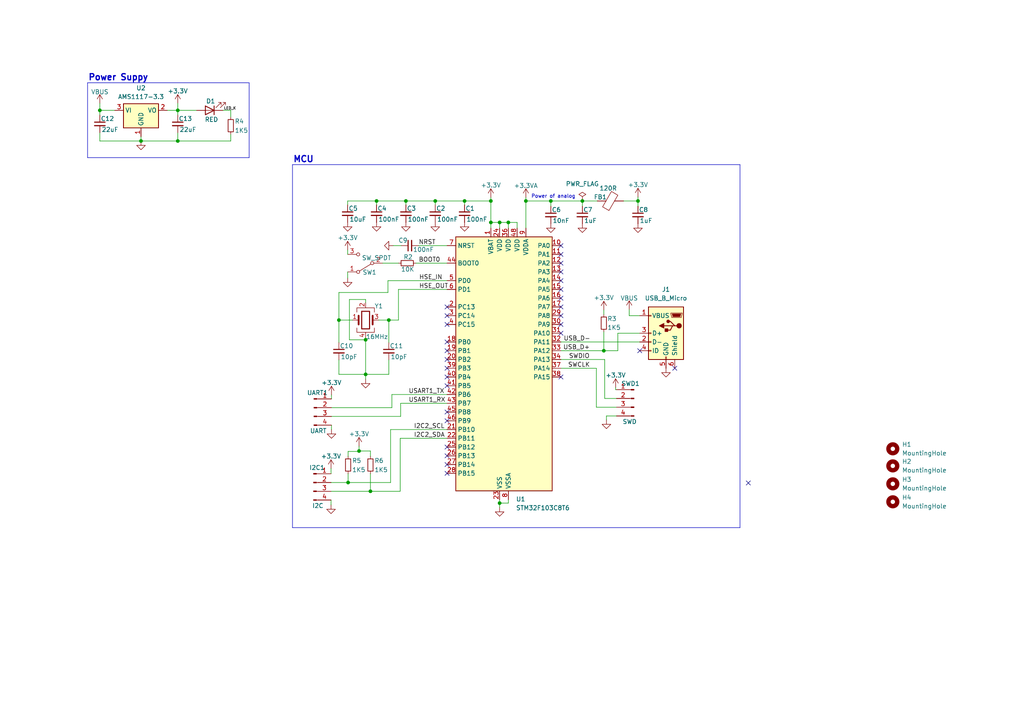
<source format=kicad_sch>
(kicad_sch (version 20230121) (generator eeschema)
  (paper "A4")
  (title_block (title "WheelSelfBalanceController") (date "2024-03-01") (rev "v1.0") (company "HCMUT"))
  (lib_symbols
    (symbol "Connector:Conn_01x04_Pin" (pin_names (offset 1.016) hide)
      (property "Reference" "J" (at 0 5.08 0))
      (property "Value" "Conn_01x04_Pin" (at 0 -7.62 0))
      (symbol "Conn_01x04_Pin_1_1"
        (polyline (pts (xy 1.27 -5.08) (xy 0.8636 -5.08)) (stroke (width 0.1524)))
        (polyline (pts (xy 1.27 -2.54) (xy 0.8636 -2.54)) (stroke (width 0.1524)))
        (polyline (pts (xy 1.27 0) (xy 0.8636 0)) (stroke (width 0.1524)))
        (polyline (pts (xy 1.27 2.54) (xy 0.8636 2.54)) (stroke (width 0.1524)))
        (rectangle (start 0.8636 -4.953) (end 0 -5.207) (stroke (width 0.1524)) (fill (type outline)))
        (rectangle (start 0.8636 -2.413) (end 0 -2.667) (stroke (width 0.1524)) (fill (type outline)))
        (rectangle (start 0.8636 0.127) (end 0 -0.127) (stroke (width 0.1524)) (fill (type outline)))
        (rectangle (start 0.8636 2.667) (end 0 2.413) (stroke (width 0.1524)) (fill (type outline)))
        (pin passive line (at 5.08 2.54 180) (length 3.81) (name "Pin_1") (number "1"))
        (pin passive line (at 5.08 0 180) (length 3.81) (name "Pin_2") (number "2"))
        (pin passive line (at 5.08 -2.54 180) (length 3.81) (name "Pin_3") (number "3"))
        (pin passive line (at 5.08 -5.08 180) (length 3.81) (name "Pin_4") (number "4"))
      )
    )
    (symbol "Connector:USB_B_Micro" (pin_names (offset 1.016))
      (property "Reference" "J" (at -5.08 11.43 0))
      (property "Value" "USB_B_Micro" (at -5.08 8.89 0))
      (symbol "USB_B_Micro_0_1"
        (rectangle (start -5.08 -7.62) (end 5.08 7.62) (stroke (width 0.254)) (fill (type background)))
        (circle (center -3.81 2.159) (radius 0.635) (stroke (width 0.254)) (fill (type outline)))
        (circle (center -0.635 3.429) (radius 0.381) (stroke (width 0.254)) (fill (type outline)))
        (rectangle (start -0.127 -7.62) (end 0.127 -6.858))
        (polyline (pts (xy -1.905 2.159) (xy 0.635 2.159)) (stroke (width 0.254)))
        (polyline (pts (xy -3.175 2.159) (xy -2.54 2.159) (xy -1.27 3.429) (xy -0.635 3.429)) (stroke (width 0.254)))
        (polyline (pts (xy -2.54 2.159) (xy -1.905 2.159) (xy -1.27 0.889) (xy 0 0.889)) (stroke (width 0.254)))
        (polyline (pts (xy 0.635 2.794) (xy 0.635 1.524) (xy 1.905 2.159) (xy 0.635 2.794)) (stroke (width 0.254)) (fill (type outline)))
        (polyline (pts (xy -4.318 5.588) (xy -1.778 5.588) (xy -2.032 4.826) (xy -4.064 4.826) (xy -4.318 5.588)) (fill (type outline)))
        (polyline (pts (xy -4.699 5.842) (xy -4.699 5.588) (xy -4.445 4.826) (xy -4.445 4.572) (xy -1.651 4.572) (xy -1.651 4.826) (xy -1.397 5.588) (xy -1.397 5.842) (xy -4.699 5.842)))
        (rectangle (start 0.254 1.27) (end -0.508 0.508) (stroke (width 0.254)) (fill (type outline)))
        (rectangle (start 5.08 -5.207) (end 4.318 -4.953))
        (rectangle (start 5.08 -2.667) (end 4.318 -2.413))
        (rectangle (start 5.08 -0.127) (end 4.318 0.127))
        (rectangle (start 5.08 4.953) (end 4.318 5.207))
      )
      (symbol "USB_B_Micro_1_1"
        (pin power_out line (at 7.62 5.08 180) (length 2.54) (name "VBUS") (number "1"))
        (pin bidirectional line (at 7.62 -2.54 180) (length 2.54) (name "D-") (number "2"))
        (pin bidirectional line (at 7.62 0 180) (length 2.54) (name "D+") (number "3"))
        (pin passive line (at 7.62 -5.08 180) (length 2.54) (name "ID") (number "4"))
        (pin power_out line (at 0 -10.16 90) (length 2.54) (name "GND") (number "5"))
        (pin passive line (at -2.54 -10.16 90) (length 2.54) (name "Shield") (number "6"))
      )
    )
    (symbol "Device:C_Small" (pin_numbers hide) (pin_names (offset 0.254) hide)
      (property "Reference" "C" (at 0.254 1.778 0))
      (property "Value" "C_Small" (at 0.254 -2.032 0))
      (symbol "C_Small_0_1"
        (polyline (pts (xy -1.524 -0.508) (xy 1.524 -0.508)) (stroke (width 0.3302)))
        (polyline (pts (xy -1.524 0.508) (xy 1.524 0.508)) (stroke (width 0.3048)))
      )
      (symbol "C_Small_1_1"
        (pin passive line (at 0 2.54 270) (length 2.032) (name "~") (number "1"))
        (pin passive line (at 0 -2.54 90) (length 2.032) (name "~") (number "2"))
      )
    )
    (symbol "Device:Crystal_GND24" (pin_names (offset 1.016) hide)
      (property "Reference" "Y" (at 3.175 5.08 0))
      (property "Value" "Crystal_GND24" (at 3.175 3.175 0))
      (symbol "Crystal_GND24_0_1"
        (rectangle (start -1.143 2.54) (end 1.143 -2.54) (stroke (width 0.3048)))
        (polyline (pts (xy -2.54 0) (xy -2.032 0)))
        (polyline (pts (xy -2.032 -1.27) (xy -2.032 1.27)) (stroke (width 0.508)))
        (polyline (pts (xy 0 -3.81) (xy 0 -3.556)))
        (polyline (pts (xy 0 3.556) (xy 0 3.81)))
        (polyline (pts (xy 2.032 -1.27) (xy 2.032 1.27)) (stroke (width 0.508)))
        (polyline (pts (xy 2.032 0) (xy 2.54 0)))
        (polyline (pts (xy -2.54 -2.286) (xy -2.54 -3.556) (xy 2.54 -3.556) (xy 2.54 -2.286)))
        (polyline (pts (xy -2.54 2.286) (xy -2.54 3.556) (xy 2.54 3.556) (xy 2.54 2.286)))
      )
      (symbol "Crystal_GND24_1_1"
        (pin passive line (at -3.81 0 0) (length 1.27) (name "1") (number "1"))
        (pin passive line (at 0 5.08 270) (length 1.27) (name "2") (number "2"))
        (pin passive line (at 3.81 0 180) (length 1.27) (name "3") (number "3"))
        (pin passive line (at 0 -5.08 90) (length 1.27) (name "4") (number "4"))
      )
    )
    (symbol "Device:FerriteBead" (pin_numbers hide) (pin_names (offset 0))
      (property "Reference" "FB" (at -3.81 0.635 90))
      (property "Value" "FerriteBead" (at 3.81 0 90))
      (symbol "FerriteBead_0_1"
        (polyline (pts (xy 0 -1.27) (xy 0 -1.2192)))
        (polyline (pts (xy 0 1.27) (xy 0 1.2954)))
        (polyline (pts (xy -2.7686 0.4064) (xy -1.7018 2.2606) (xy 2.7686 -0.3048) (xy 1.6764 -2.159) (xy -2.7686 0.4064)))
      )
      (symbol "FerriteBead_1_1"
        (pin passive line (at 0 3.81 270) (length 2.54) (name "~") (number "1"))
        (pin passive line (at 0 -3.81 90) (length 2.54) (name "~") (number "2"))
      )
    )
    (symbol "Device:LED" (pin_numbers hide) (pin_names (offset 1.016) hide)
      (property "Reference" "D" (at 0 2.54 0))
      (property "Value" "LED" (at 0 -2.54 0))
      (symbol "LED_0_1"
        (polyline (pts (xy -1.27 -1.27) (xy -1.27 1.27)) (stroke (width 0.254)))
        (polyline (pts (xy -1.27 0) (xy 1.27 0)))
        (polyline (pts (xy 1.27 -1.27) (xy 1.27 1.27) (xy -1.27 0) (xy 1.27 -1.27)) (stroke (width 0.254)))
        (polyline (pts (xy -3.048 -0.762) (xy -4.572 -2.286) (xy -3.81 -2.286) (xy -4.572 -2.286) (xy -4.572 -1.524)))
        (polyline (pts (xy -1.778 -0.762) (xy -3.302 -2.286) (xy -2.54 -2.286) (xy -3.302 -2.286) (xy -3.302 -1.524)))
      )
      (symbol "LED_1_1"
        (pin passive line (at -3.81 0 0) (length 2.54) (name "K") (number "1"))
        (pin passive line (at 3.81 0 180) (length 2.54) (name "A") (number "2"))
      )
    )
    (symbol "Device:R_Small" (pin_numbers hide) (pin_names (offset 0.254) hide)
      (property "Reference" "R" (at 0.762 0.508 0))
      (property "Value" "R_Small" (at 0.762 -1.016 0))
      (symbol "R_Small_0_1"
        (rectangle (start -0.762 1.778) (end 0.762 -1.778) (stroke (width 0.2032)))
      )
      (symbol "R_Small_1_1"
        (pin passive line (at 0 2.54 270) (length 0.762) (name "~") (number "1"))
        (pin passive line (at 0 -2.54 90) (length 0.762) (name "~") (number "2"))
      )
    )
    (symbol "MCU_ST_STM32F1:STM32F103C8Tx"
      (property "Reference" "U1" (at 4.7341 -37.973 0))
      (property "Value" "STM32F103C8T6" (at 4.7341 -40.513 0))
      (symbol "STM32F103C8Tx_0_1"
        (rectangle (start -12.7 -35.56) (end 15.24 38.1) (stroke (width 0.254)) (fill (type background)))
      )
      (symbol "STM32F103C8Tx_1_1"
        (pin power_in line (at -2.54 40.64 270) (length 2.54) (name "VBAT") (number "1"))
        (pin bidirectional line (at 17.78 35.56 180) (length 2.54) (name "PA0") (number "10"))
        (pin bidirectional line (at 17.78 33.02 180) (length 2.54) (name "PA1") (number "11"))
        (pin bidirectional line (at 17.78 30.48 180) (length 2.54) (name "PA2") (number "12"))
        (pin bidirectional line (at 17.78 27.94 180) (length 2.54) (name "PA3") (number "13"))
        (pin bidirectional line (at 17.78 25.4 180) (length 2.54) (name "PA4") (number "14"))
        (pin bidirectional line (at 17.78 22.86 180) (length 2.54) (name "PA5") (number "15"))
        (pin bidirectional line (at 17.78 20.32 180) (length 2.54) (name "PA6") (number "16"))
        (pin bidirectional line (at 17.78 17.78 180) (length 2.54) (name "PA7") (number "17"))
        (pin bidirectional line (at -15.24 7.62 0) (length 2.54) (name "PB0") (number "18"))
        (pin bidirectional line (at -15.24 5.08 0) (length 2.54) (name "PB1") (number "19"))
        (pin bidirectional line (at -15.24 17.78 0) (length 2.54) (name "PC13") (number "2"))
        (pin bidirectional line (at -15.24 2.54 0) (length 2.54) (name "PB2") (number "20"))
        (pin bidirectional line (at -15.24 -17.78 0) (length 2.54) (name "PB10") (number "21"))
        (pin bidirectional line (at -15.24 -20.32 0) (length 2.54) (name "PB11") (number "22"))
        (pin power_in line (at 0 -38.1 90) (length 2.54) (name "VSS") (number "23"))
        (pin power_in line (at 0 40.64 270) (length 2.54) (name "VDD") (number "24"))
        (pin bidirectional line (at -15.24 -22.86 0) (length 2.54) (name "PB12") (number "25"))
        (pin bidirectional line (at -15.24 -25.4 0) (length 2.54) (name "PB13") (number "26"))
        (pin bidirectional line (at -15.24 -27.94 0) (length 2.54) (name "PB14") (number "27"))
        (pin bidirectional line (at -15.24 -30.48 0) (length 2.54) (name "PB15") (number "28"))
        (pin bidirectional line (at 17.78 15.24 180) (length 2.54) (name "PA8") (number "29"))
        (pin bidirectional line (at -15.24 15.24 0) (length 2.54) (name "PC14") (number "3"))
        (pin bidirectional line (at 17.78 12.7 180) (length 2.54) (name "PA9") (number "30"))
        (pin bidirectional line (at 17.78 10.16 180) (length 2.54) (name "PA10") (number "31"))
        (pin bidirectional line (at 17.78 7.62 180) (length 2.54) (name "PA11") (number "32"))
        (pin bidirectional line (at 17.78 5.08 180) (length 2.54) (name "PA12") (number "33"))
        (pin bidirectional line (at 17.78 2.54 180) (length 2.54) (name "PA13") (number "34"))
        (pin passive line (at 0 -38.1 90) (length 2.54) hide (name "VSS") (number "35"))
        (pin power_in line (at 2.54 40.64 270) (length 2.54) (name "VDD") (number "36"))
        (pin bidirectional line (at 17.78 0 180) (length 2.54) (name "PA14") (number "37"))
        (pin bidirectional line (at 17.78 -2.54 180) (length 2.54) (name "PA15") (number "38"))
        (pin bidirectional line (at -15.24 0 0) (length 2.54) (name "PB3") (number "39"))
        (pin bidirectional line (at -15.24 12.7 0) (length 2.54) (name "PC15") (number "4"))
        (pin bidirectional line (at -15.24 -2.54 0) (length 2.54) (name "PB4") (number "40"))
        (pin bidirectional line (at -15.24 -5.08 0) (length 2.54) (name "PB5") (number "41"))
        (pin bidirectional line (at -15.24 -7.62 0) (length 2.54) (name "PB6") (number "42"))
        (pin bidirectional line (at -15.24 -10.16 0) (length 2.54) (name "PB7") (number "43"))
        (pin input line (at -15.24 30.48 0) (length 2.54) (name "BOOT0") (number "44"))
        (pin bidirectional line (at -15.24 -12.7 0) (length 2.54) (name "PB8") (number "45"))
        (pin bidirectional line (at -15.24 -15.24 0) (length 2.54) (name "PB9") (number "46"))
        (pin passive line (at 0 -38.1 90) (length 2.54) hide (name "VSS") (number "47"))
        (pin power_in line (at 5.08 40.64 270) (length 2.54) (name "VDD") (number "48"))
        (pin bidirectional line (at -15.24 25.4 0) (length 2.54) (name "PD0") (number "5"))
        (pin bidirectional line (at -15.24 22.86 0) (length 2.54) (name "PD1") (number "6"))
        (pin input line (at -15.24 35.56 0) (length 2.54) (name "NRST") (number "7"))
        (pin power_in line (at 2.54 -38.1 90) (length 2.54) (name "VSSA") (number "8"))
        (pin power_in line (at 7.62 40.64 270) (length 2.54) (name "VDDA") (number "9"))
      )
    )
    (symbol "Mechanical:MountingHole" (pin_names (offset 1.016))
      (property "Reference" "H" (at 0 5.08 0))
      (property "Value" "MountingHole" (at 0 3.175 0))
      (symbol "MountingHole_0_1"
        (circle (center 0 0) (radius 1.27) (stroke (width 1.27)))
      )
    )
    (symbol "Regulator_Linear:AMS1117-3.3"
      (property "Reference" "U" (at -3.81 3.175 0))
      (property "Value" "AMS1117-3.3" (at 0 3.175 0))
      (symbol "AMS1117-3.3_0_1"
        (rectangle (start -5.08 -5.08) (end 5.08 1.905) (stroke (width 0.254)) (fill (type background)))
      )
      (symbol "AMS1117-3.3_1_1"
        (pin power_in line (at 0 -7.62 90) (length 2.54) (name "GND") (number "1"))
        (pin power_out line (at 7.62 0 180) (length 2.54) (name "VO") (number "2"))
        (pin power_in line (at -7.62 0 0) (length 2.54) (name "VI") (number "3"))
      )
    )
    (symbol "Switch:SW_SPDT" (pin_names (offset 0) hide)
      (property "Reference" "SW1" (at 0 -9.144 0))
      (property "Value" "SW_SPDT" (at 0 -6.604 0))
      (symbol "SW_SPDT_0_1"
        (circle (center -2.032 0) (radius 0.4572))
        (polyline (pts (xy -1.651 0.254) (xy 1.651 2.286)))
        (circle (center 2.032 -2.54) (radius 0.4572))
        (circle (center 2.032 2.54) (radius 0.4572))
      )
      (symbol "SW_SPDT_1_1"
        (pin passive line (at 5.08 2.54 180) (length 2.54) (name "A") (number "1"))
        (pin passive line (at -5.08 0 0) (length 2.54) (name "B") (number "2"))
        (pin passive line (at 5.08 -2.54 180) (length 2.54) (name "C") (number "3"))
      )
    )
    (symbol "power:+3.3V" (power) (pin_names (offset 0))
      (property "Value" "+3.3V" (at 0 3.556 0))
      (symbol "+3.3V_0_1"
        (polyline (pts (xy -0.762 1.27) (xy 0 2.54)))
        (polyline (pts (xy 0 0) (xy 0 2.54)))
        (polyline (pts (xy 0 2.54) (xy 0.762 1.27)))
      )
      (symbol "+3.3V_1_1"
        (pin power_in line (at 0 0 90) (length 0) hide (name "+3.3V") (number "1"))
      )
    )
    (symbol "power:+3.3VA" (power) (pin_names (offset 0))
      (property "Value" "+3.3VA" (at 0 3.556 0))
      (symbol "+3.3VA_0_1"
        (polyline (pts (xy -0.762 1.27) (xy 0 2.54)))
        (polyline (pts (xy 0 0) (xy 0 2.54)))
        (polyline (pts (xy 0 2.54) (xy 0.762 1.27)))
      )
      (symbol "+3.3VA_1_1"
        (pin power_in line (at 0 0 90) (length 0) hide (name "+3.3VA") (number "1"))
      )
    )
    (symbol "power:GND" (power) (pin_names (offset 0))
      (property "Value" "GND" (at 0 -3.81 0))
      (symbol "GND_0_1"
        (polyline (pts (xy 0 0) (xy 0 -1.27) (xy 1.27 -1.27) (xy 0 -2.54) (xy -1.27 -1.27) (xy 0 -1.27)))
      )
      (symbol "GND_1_1"
        (pin power_in line (at 0 0 270) (length 0) hide (name "GND") (number "1"))
      )
    )
    (symbol "power:PWR_FLAG" (power) (pin_numbers hide) (pin_names (offset 0) hide)
      (property "Value" "PWR_FLAG" (at 0 3.81 0))
      (symbol "PWR_FLAG_0_0"
        (pin power_out line (at 0 0 90) (length 0) (name "pwr") (number "1"))
      )
      (symbol "PWR_FLAG_0_1"
        (polyline (pts (xy 0 0) (xy 0 1.27) (xy -1.016 1.905) (xy 0 2.54) (xy 1.016 1.905) (xy 0 1.27)))
      )
    )
    (symbol "power:VBUS" (power) (pin_names (offset 0))
      (property "Value" "VBUS" (at 0 3.81 0))
      (symbol "VBUS_0_1"
        (polyline (pts (xy -0.762 1.27) (xy 0 2.54)))
        (polyline (pts (xy 0 0) (xy 0 2.54)))
        (polyline (pts (xy 0 2.54) (xy 0.762 1.27)))
      )
      (symbol "VBUS_1_1"
        (pin power_in line (at 0 0 90) (length 0) hide (name "VBUS") (number "1"))
      )
    )
  )
  (junction (at 106.045 98.552))
  (junction (at 98.298 92.837))
  (junction (at 152.527 58.293))
  (junction (at 100.965 139.954))
  (junction (at 106.045 108.585))
  (junction (at 142.367 58.293))
  (junction (at 40.894 40.894))
  (junction (at 117.729 58.293))
  (junction (at 51.562 40.894))
  (junction (at 144.907 64.516))
  (junction (at 142.367 64.516))
  (junction (at 159.766 58.293))
  (junction (at 185.039 58.293))
  (junction (at 109.22 58.293))
  (junction (at 134.747 58.293))
  (junction (at 51.562 32.004))
  (junction (at 112.776 92.837))
  (junction (at 168.91 58.293))
  (junction (at 104.14 130.81))
  (junction (at 144.907 145.923))
  (junction (at 107.442 142.494))
  (junction (at 147.447 64.516))
  (junction (at 175.133 101.727))
  (junction (at 126.238 58.293))
  (junction (at 28.956 32.004))
  (no_connect (at 162.687 73.787))
  (no_connect (at 129.667 134.747))
  (no_connect (at 129.667 132.207))
  (no_connect (at 162.687 83.947))
  (no_connect (at 195.707 106.807))
  (no_connect (at 162.687 81.407))
  (no_connect (at 162.687 94.107))
  (no_connect (at 185.547 101.727))
  (no_connect (at 129.667 89.027))
  (no_connect (at 162.687 86.487))
  (no_connect (at 129.667 119.507))
  (no_connect (at 129.667 104.267))
  (no_connect (at 217.043 140.081))
  (no_connect (at 162.687 71.247))
  (no_connect (at 162.687 91.567))
  (no_connect (at 162.687 89.027))
  (no_connect (at 162.687 78.867))
  (no_connect (at 129.667 122.047))
  (no_connect (at 129.667 99.187))
  (no_connect (at 129.667 106.807))
  (no_connect (at 129.667 91.567))
  (no_connect (at 162.687 76.327))
  (no_connect (at 129.667 129.667))
  (no_connect (at 162.687 109.347))
  (no_connect (at 129.667 94.107))
  (no_connect (at 129.667 101.727))
  (no_connect (at 129.667 111.887))
  (no_connect (at 129.667 137.287))
  (no_connect (at 129.667 109.347))
  (no_connect (at 162.687 96.647))
  (wire (pts (xy 107.442 142.494) (xy 116.078 142.494)))
  (wire (pts (xy 28.956 38.481) (xy 28.956 40.894)))
  (polyline (pts (xy 72.263 45.72) (xy 72.263 24.003)))
  (wire (pts (xy 104.14 130.81) (xy 107.442 130.81)))
  (wire (pts (xy 100.965 137.414) (xy 100.965 139.954)))
  (wire (pts (xy 115.57 92.837) (xy 115.57 83.947)))
  (wire (pts (xy 142.367 64.516) (xy 142.367 66.167)))
  (wire (pts (xy 96.012 145.034) (xy 96.012 146.431)))
  (wire (pts (xy 28.956 40.894) (xy 40.894 40.894)))
  (wire (pts (xy 113.284 139.954) (xy 113.284 124.587)))
  (wire (pts (xy 149.987 64.516) (xy 147.447 64.516)))
  (wire (pts (xy 98.298 108.585) (xy 106.045 108.585)))
  (wire (pts (xy 98.298 92.837) (xy 98.298 84.836)))
  (wire (pts (xy 106.045 98.552) (xy 106.045 97.917)))
  (wire (pts (xy 144.907 145.923) (xy 144.907 147.193)))
  (wire (pts (xy 144.907 64.516) (xy 142.367 64.516)))
  (wire (pts (xy 66.929 32.004) (xy 66.929 33.909)))
  (wire (pts (xy 175.895 120.65) (xy 175.895 121.793)))
  (wire (pts (xy 96.012 139.954) (xy 100.965 139.954)))
  (wire (pts (xy 168.91 58.293) (xy 173.228 58.293)))
  (wire (pts (xy 144.907 144.907) (xy 144.907 145.923)))
  (wire (pts (xy 152.527 58.293) (xy 159.766 58.293)))
  (wire (pts (xy 98.298 104.394) (xy 98.298 108.585)))
  (polyline (pts (xy 84.836 153.035) (xy 214.63 153.035)))
  (wire (pts (xy 107.442 130.81) (xy 107.442 132.334)))
  (wire (pts (xy 112.522 84.836) (xy 112.522 81.407)))
  (wire (pts (xy 104.14 129.413) (xy 104.14 130.81)))
  (wire (pts (xy 96.139 118.237) (xy 113.665 118.237)))
  (wire (pts (xy 179.197 96.647) (xy 185.547 96.647)))
  (wire (pts (xy 96.012 142.494) (xy 107.442 142.494)))
  (wire (pts (xy 152.527 58.293) (xy 152.527 66.167)))
  (wire (pts (xy 116.205 120.777) (xy 96.139 120.777)))
  (wire (pts (xy 142.367 57.277) (xy 142.367 58.293)))
  (wire (pts (xy 182.499 91.567) (xy 185.547 91.567)))
  (wire (pts (xy 100.965 139.954) (xy 113.284 139.954)))
  (wire (pts (xy 106.045 87.757) (xy 106.045 86.868)))
  (wire (pts (xy 40.894 39.624) (xy 40.894 40.894)))
  (wire (pts (xy 40.894 40.894) (xy 51.562 40.894)))
  (wire (pts (xy 104.14 130.937) (xy 100.965 130.937)))
  (wire (pts (xy 112.776 92.837) (xy 115.57 92.837)))
  (wire (pts (xy 149.987 66.167) (xy 149.987 64.516)))
  (wire (pts (xy 117.729 59.436) (xy 117.729 58.293)))
  (wire (pts (xy 180.848 58.293) (xy 185.039 58.293)))
  (polyline (pts (xy 25.4 45.72) (xy 72.263 45.72)))
  (wire (pts (xy 106.045 108.585) (xy 106.045 109.982)))
  (wire (pts (xy 98.298 84.836) (xy 112.522 84.836)))
  (wire (pts (xy 144.907 64.516) (xy 144.907 66.167)))
  (wire (pts (xy 152.527 58.293) (xy 152.527 57.277)))
  (wire (pts (xy 106.045 108.585) (xy 112.776 108.585)))
  (wire (pts (xy 102.235 92.837) (xy 98.298 92.837)))
  (wire (pts (xy 100.838 58.293) (xy 109.22 58.293)))
  (wire (pts (xy 112.776 92.837) (xy 112.776 99.314)))
  (wire (pts (xy 175.895 120.65) (xy 178.816 120.65)))
  (wire (pts (xy 159.766 58.293) (xy 159.766 59.817)))
  (wire (pts (xy 147.447 64.516) (xy 144.907 64.516)))
  (wire (pts (xy 113.665 118.237) (xy 113.665 114.427)))
  (wire (pts (xy 107.442 137.414) (xy 107.442 142.494)))
  (wire (pts (xy 112.522 81.407) (xy 129.667 81.407)))
  (wire (pts (xy 66.929 38.989) (xy 66.929 40.894)))
  (wire (pts (xy 66.929 40.894) (xy 51.562 40.894)))
  (wire (pts (xy 116.205 116.967) (xy 129.667 116.967)))
  (wire (pts (xy 185.039 58.293) (xy 185.039 59.817)))
  (polyline (pts (xy 84.836 47.752) (xy 84.836 153.035)))
  (polyline (pts (xy 25.4 24.003) (xy 25.4 45.72)))
  (wire (pts (xy 104.14 130.81) (xy 104.14 130.937)))
  (wire (pts (xy 175.133 101.727) (xy 179.197 101.727)))
  (wire (pts (xy 96.012 135.89) (xy 96.012 137.414)))
  (wire (pts (xy 109.855 92.837) (xy 112.776 92.837)))
  (wire (pts (xy 134.747 58.293) (xy 142.367 58.293)))
  (wire (pts (xy 113.284 124.587) (xy 129.667 124.587)))
  (wire (pts (xy 51.562 40.894) (xy 51.562 38.481)))
  (wire (pts (xy 101.346 86.868) (xy 101.346 98.552)))
  (wire (pts (xy 162.687 104.267) (xy 175.387 104.267)))
  (wire (pts (xy 172.974 106.807) (xy 172.974 118.11)))
  (wire (pts (xy 172.974 118.11) (xy 178.816 118.11)))
  (wire (pts (xy 28.956 33.401) (xy 28.956 32.004)))
  (wire (pts (xy 64.643 32.004) (xy 66.929 32.004)))
  (wire (pts (xy 162.687 101.727) (xy 175.133 101.727)))
  (wire (pts (xy 100.838 59.436) (xy 100.838 58.293)))
  (wire (pts (xy 147.447 64.516) (xy 147.447 66.167)))
  (wire (pts (xy 28.956 29.972) (xy 28.956 32.004)))
  (wire (pts (xy 162.687 106.807) (xy 172.974 106.807)))
  (wire (pts (xy 117.729 58.293) (xy 126.238 58.293)))
  (wire (pts (xy 100.965 132.334) (xy 100.965 130.937)))
  (wire (pts (xy 147.447 144.907) (xy 147.447 145.923)))
  (wire (pts (xy 175.133 96.266) (xy 175.133 101.727)))
  (wire (pts (xy 96.139 114.554) (xy 96.139 115.697)))
  (polyline (pts (xy 25.4 24.003) (xy 72.263 24.003)))
  (wire (pts (xy 100.838 72.517) (xy 100.838 73.787)))
  (wire (pts (xy 96.139 123.317) (xy 96.139 124.587)))
  (wire (pts (xy 116.078 127.127) (xy 129.667 127.127)))
  (wire (pts (xy 113.665 114.427) (xy 129.667 114.427)))
  (wire (pts (xy 116.078 142.494) (xy 116.078 127.127)))
  (wire (pts (xy 51.562 32.004) (xy 57.023 32.004)))
  (wire (pts (xy 98.298 92.837) (xy 98.298 99.314)))
  (wire (pts (xy 178.562 113.03) (xy 178.816 113.03)))
  (wire (pts (xy 28.956 32.004) (xy 33.274 32.004)))
  (wire (pts (xy 179.197 101.727) (xy 179.197 96.647)))
  (wire (pts (xy 51.562 32.004) (xy 51.562 33.401)))
  (wire (pts (xy 168.91 58.293) (xy 168.91 59.817)))
  (wire (pts (xy 51.562 29.972) (xy 51.562 32.004)))
  (wire (pts (xy 48.514 32.004) (xy 51.562 32.004)))
  (wire (pts (xy 109.22 59.436) (xy 109.22 58.293)))
  (wire (pts (xy 126.238 58.293) (xy 134.747 58.293)))
  (wire (pts (xy 121.412 71.247) (xy 129.667 71.247)))
  (wire (pts (xy 114.046 71.247) (xy 116.332 71.247)))
  (wire (pts (xy 159.766 58.293) (xy 168.91 58.293)))
  (wire (pts (xy 116.205 116.967) (xy 116.205 120.777)))
  (wire (pts (xy 120.65 76.327) (xy 129.667 76.327)))
  (wire (pts (xy 112.776 108.585) (xy 112.776 104.394)))
  (wire (pts (xy 178.562 112.395) (xy 178.562 113.03)))
  (wire (pts (xy 100.838 78.867) (xy 100.838 80.645)))
  (wire (pts (xy 126.238 59.436) (xy 126.238 58.293)))
  (wire (pts (xy 106.045 98.552) (xy 106.045 108.585)))
  (wire (pts (xy 142.367 58.293) (xy 142.367 64.516)))
  (polyline (pts (xy 214.63 153.035) (xy 214.63 47.752)))
  (wire (pts (xy 101.346 98.552) (xy 106.045 98.552)))
  (wire (pts (xy 110.998 76.327) (xy 115.57 76.327)))
  (wire (pts (xy 182.499 89.789) (xy 182.499 91.567)))
  (polyline (pts (xy 84.836 47.752) (xy 214.63 47.752)))
  (wire (pts (xy 175.387 115.57) (xy 178.816 115.57)))
  (wire (pts (xy 162.687 99.187) (xy 185.547 99.187)))
  (wire (pts (xy 109.22 58.293) (xy 117.729 58.293)))
  (wire (pts (xy 115.57 83.947) (xy 129.667 83.947)))
  (wire (pts (xy 106.045 86.868) (xy 101.346 86.868)))
  (wire (pts (xy 175.133 89.916) (xy 175.133 91.186)))
  (wire (pts (xy 134.747 59.436) (xy 134.747 58.293)))
  (wire (pts (xy 147.447 145.923) (xy 144.907 145.923)))
  (wire (pts (xy 185.039 57.15) (xy 185.039 58.293)))
  (wire (pts (xy 175.387 104.267) (xy 175.387 115.57)))
  (text "Power of analog" (at 154.051 57.658 0) (effects (font (size 1.016 1.016)) (justify left bottom)))
  (text "Power Suppy" (at 25.527 23.622 0) (effects (font (size 1.778 1.778) (thickness 0.3556) bold) (justify left bottom)))
  (text "MCU" (at 84.963 47.371 0) (effects (font (size 1.778 1.778) (thickness 0.3556) bold) (justify left bottom)))
  (label "SWCLK" (at 164.719 106.807 0))
  (label "LED_K" (at 64.897 32.004 0) (effects (font (size 0.762 0.762))))
  (label "BOOT0" (at 121.412 76.327 0))
  (label "USB_D-" (at 163.449 99.187 0))
  (label "I2C2_SDA" (at 120.015 127.127 0))
  (label "SWDIO" (at 164.973 104.267 0))
  (label "HSE_IN" (at 121.539 81.407 0))
  (label "USB_D+" (at 163.322 101.727 0))
  (label "USART1_TX" (at 118.491 114.427 0))
  (label "NRST" (at 121.412 71.247 0))
  (label "HSE_OUT" (at 121.539 83.947 0))
  (label "I2C2_SCL" (at 120.015 124.587 0))
  (label "USART1_RX" (at 118.491 116.967 0))
  (symbol (lib_id "Device:C_Small") (at 51.562 35.941 0) (unit 1)
    (property "Reference" "C13" (at 51.816 34.417 0) (effects (justify left)))
    (property "Value" "22uF" (at 52.07 37.592 0) (effects (justify left)))
    (property "Footprint" "Capacitor_SMD:C_0805_2012Metric" (effects hide))
  )
  (symbol (lib_id "Device:C_Small") (at 98.298 101.854 0) (unit 1)
    (property "Reference" "C10" (at 98.552 100.33 0) (effects (justify left)))
    (property "Value" "10pF" (at 98.806 103.505 0) (effects (justify left)))
    (property "Footprint" "Capacitor_SMD:C_0402_1005Metric" (effects hide))
  )
  (symbol (lib_id "Mechanical:MountingHole") (at 258.953 130.175 0) (unit 1)
    (property "Reference" "H1" (at 261.62 128.905 0) (effects (justify left)))
    (property "Value" "MountingHole" (at 261.62 131.445 0) (effects (justify left)))
    (property "Footprint" "MountingHole:MountingHole_2.2mm_M2" (effects hide))
  )
  (symbol (lib_id "power:+3.3V") (at 104.14 129.413 0) (unit 1)
    (property "Reference" "#PWR030" (effects hide))
    (property "Value" "+3.3V" (at 104.14 125.857 0))
  )
  (symbol (lib_id "Device:C_Small") (at 28.956 35.941 0) (unit 1)
    (property "Reference" "C12" (at 29.21 34.417 0) (effects (justify left)))
    (property "Value" "22uF" (at 29.464 37.592 0) (effects (justify left)))
    (property "Footprint" "Capacitor_SMD:C_0805_2012Metric" (effects hide))
  )
  (symbol (lib_id "Connector:Conn_01x04_Pin") (at 183.896 115.57 0) (mirror y) (unit 1)
    (property "Reference" "SWD1" (at 182.88 111.252 0))
    (property "Value" "SWD" (at 182.626 122.301 0))
    (property "Footprint" "Connector_PinHeader_2.54mm:PinHeader_1x04_P2.54mm_Vertical" (effects hide))
  )
  (symbol (lib_id "Device:C_Small") (at 159.766 62.357 0) (unit 1)
    (property "Reference" "C6" (at 160.02 60.833 0) (effects (justify left)))
    (property "Value" "10nF" (at 160.274 64.008 0) (effects (justify left)))
    (property "Footprint" "Capacitor_SMD:C_0402_1005Metric" (effects hide))
  )
  (symbol (lib_id "Connector:USB_B_Micro") (at 193.167 96.647 0) (mirror y) (unit 1)
    (property "Reference" "J1" (at 193.167 83.947 0))
    (property "Value" "USB_B_Micro" (at 193.167 86.487 0))
    (property "Footprint" "Connector_USB:USB_Micro-B_Wuerth_629105150521" (effects hide))
  )
  (symbol (lib_id "power:VBUS") (at 28.956 29.972 0) (unit 1)
    (property "Reference" "#PWR024" (effects hide))
    (property "Value" "VBUS" (at 28.956 26.67 0))
  )
  (symbol (lib_id "power:GND") (at 185.039 64.897 0) (unit 1)
    (property "Reference" "#PWR010" (effects hide))
    (property "Value" "GND" (effects hide))
  )
  (symbol (lib_id "power:GND") (at 159.766 64.897 0) (unit 1)
    (property "Reference" "#PWR08" (effects hide))
    (property "Value" "GND" (effects hide))
  )
  (symbol (lib_id "power:+3.3V") (at 175.133 89.916 0) (unit 1)
    (property "Reference" "#PWR020" (effects hide))
    (property "Value" "+3.3V" (at 175.133 86.36 0))
  )
  (symbol (lib_id "power:+3.3V") (at 100.838 72.517 0) (unit 1)
    (property "Reference" "#PWR016" (effects hide))
    (property "Value" "+3.3V" (at 100.838 68.961 0))
  )
  (symbol (lib_id "power:VBUS") (at 182.499 89.789 0) (unit 1)
    (property "Reference" "#PWR019" (effects hide))
    (property "Value" "VBUS" (at 182.499 86.487 0))
  )
  (symbol (lib_id "Device:C_Small") (at 117.729 61.976 0) (unit 1)
    (property "Reference" "C3" (at 117.983 60.452 0) (effects (justify left)))
    (property "Value" "100nF" (at 118.237 63.627 0) (effects (justify left)))
    (property "Footprint" "Capacitor_SMD:C_0402_1005Metric" (effects hide))
  )
  (symbol (lib_id "power:GND") (at 117.729 64.516 0) (unit 1)
    (property "Reference" "#PWR05" (effects hide))
    (property "Value" "GND" (effects hide))
  )
  (symbol (lib_id "Device:C_Small") (at 112.776 101.854 0) (unit 1)
    (property "Reference" "C11" (at 113.03 100.33 0) (effects (justify left)))
    (property "Value" "10pF" (at 113.284 103.505 0) (effects (justify left)))
    (property "Footprint" "Capacitor_SMD:C_0402_1005Metric" (effects hide))
  )
  (symbol (lib_id "Device:LED") (at 60.833 32.004 180) (unit 1)
    (property "Reference" "D1" (at 61.087 29.337 0))
    (property "Value" "RED" (at 61.341 34.671 0))
    (property "Footprint" "LED_SMD:LED_0603_1608Metric" (effects hide))
  )
  (symbol (lib_id "Mechanical:MountingHole") (at 258.953 140.335 0) (unit 1)
    (property "Reference" "H3" (at 261.62 139.065 0) (effects (justify left)))
    (property "Value" "MountingHole" (at 261.62 141.605 0) (effects (justify left)))
    (property "Footprint" "MountingHole:MountingHole_2.2mm_M2" (effects hide))
  )
  (symbol (lib_id "power:+3.3VA") (at 152.527 57.277 0) (unit 1)
    (property "Reference" "#PWR011" (effects hide))
    (property "Value" "+3.3VA" (at 152.527 53.848 0))
  )
  (symbol (lib_id "Device:Crystal_GND24") (at 106.045 92.837 0) (unit 1)
    (property "Reference" "Y1" (at 109.855 88.773 0))
    (property "Value" "16MHz" (at 109.347 97.663 0))
    (property "Footprint" "Crystal:Crystal_SMD_3225-4Pin_3.2x2.5mm" (effects hide))
  )
  (symbol (lib_id "Device:C_Small") (at 126.238 61.976 0) (unit 1)
    (property "Reference" "C2" (at 126.492 60.452 0) (effects (justify left)))
    (property "Value" "100nF" (at 126.746 63.627 0) (effects (justify left)))
    (property "Footprint" "Capacitor_SMD:C_0402_1005Metric" (effects hide))
  )
  (symbol (lib_id "Device:FerriteBead") (at 177.038 58.293 90) (unit 1)
    (property "Reference" "FB1" (at 174.117 57.15 90))
    (property "Value" "120R" (at 176.403 54.61 90))
    (property "Footprint" "Inductor_SMD:L_0603_1608Metric" (effects hide))
  )
  (symbol (lib_id "power:GND") (at 193.167 106.807 0) (unit 1)
    (property "Reference" "#PWR018" (effects hide))
    (property "Value" "GND" (effects hide))
  )
  (symbol (lib_id "power:+3.3V") (at 142.367 57.277 0) (unit 1)
    (property "Reference" "#PWR02" (effects hide))
    (property "Value" "+3.3V" (at 142.367 53.721 0))
  )
  (symbol (lib_id "power:GND") (at 40.894 40.894 0) (unit 1)
    (property "Reference" "#PWR023" (effects hide))
    (property "Value" "GND" (effects hide))
  )
  (symbol (lib_id "Device:C_Small") (at 168.91 62.357 0) (unit 1)
    (property "Reference" "C7" (at 169.164 60.833 0) (effects (justify left)))
    (property "Value" "1uF" (at 169.418 64.008 0) (effects (justify left)))
    (property "Footprint" "Capacitor_SMD:C_0402_1005Metric" (effects hide))
  )
  (symbol (lib_id "Device:R_Small") (at 118.11 76.327 90) (unit 1)
    (property "Reference" "R2" (at 118.364 74.549 90))
    (property "Value" "10K" (at 118.237 78.105 90))
    (property "Footprint" "Resistor_SMD:R_0402_1005Metric" (effects hide))
  )
  (symbol (lib_id "Mechanical:MountingHole") (at 258.953 135.128 0) (unit 1)
    (property "Reference" "H2" (at 261.62 133.858 0) (effects (justify left)))
    (property "Value" "MountingHole" (at 261.62 136.398 0) (effects (justify left)))
    (property "Footprint" "MountingHole:MountingHole_2.2mm_M2" (effects hide))
  )
  (symbol (lib_id "MCU_ST_STM32F1:STM32F103C8Tx") (at 144.907 106.807 0) (unit 1)
    (property "Reference" "U1" (at 149.6411 144.78 0) (effects (justify left)))
    (property "Value" "STM32F103C8T6" (at 149.6411 147.32 0) (effects (justify left)))
    (property "Footprint" "Package_QFP:LQFP-48_7x7mm_P0.5mm" (effects hide))
    (property "Datasheet" "https://www.st.com/resource/en/datasheet/stm32f103c8.pdf" (effects hide))
  )
  (symbol (lib_id "power:+3.3V") (at 96.012 135.89 0) (unit 1)
    (property "Reference" "#PWR028" (effects hide))
    (property "Value" "+3.3V" (at 96.012 132.334 0))
  )
  (symbol (lib_id "Device:C_Small") (at 118.872 71.247 90) (unit 1)
    (property "Reference" "C9" (at 118.237 69.723 90) (effects (justify left)))
    (property "Value" "100nF" (at 125.857 72.39 90) (effects (justify left)))
    (property "Footprint" "Capacitor_SMD:C_0402_1005Metric" (effects hide))
  )
  (symbol (lib_id "power:GND") (at 126.238 64.516 0) (unit 1)
    (property "Reference" "#PWR06" (effects hide))
    (property "Value" "GND" (effects hide))
  )
  (symbol (lib_id "power:+3.3V") (at 178.562 112.395 0) (unit 1)
    (property "Reference" "#PWR021" (effects hide))
    (property "Value" "+3.3V" (at 178.562 108.839 0))
  )
  (symbol (lib_id "Connector:Conn_01x04_Pin") (at 91.059 118.237 0) (unit 1)
    (property "Reference" "UART1" (at 92.075 113.919 0))
    (property "Value" "UART" (at 92.329 124.968 0))
    (property "Footprint" "Connector_PinHeader_2.54mm:PinHeader_1x04_P2.54mm_Vertical" (effects hide))
  )
  (symbol (lib_id "power:PWR_FLAG") (at 168.91 58.293 0) (unit 1)
    (property "Reference" "#FLG01" (effects hide))
    (property "Value" "PWR_FLAG" (at 168.91 53.34 0))
  )
  (symbol (lib_id "power:+3.3V") (at 96.139 114.554 0) (unit 1)
    (property "Reference" "#PWR026" (effects hide))
    (property "Value" "+3.3V" (at 96.139 110.998 0))
  )
  (symbol (lib_id "Device:C_Small") (at 100.838 61.976 0) (unit 1)
    (property "Reference" "C5" (at 101.092 60.452 0) (effects (justify left)))
    (property "Value" "10uF" (at 101.346 63.627 0) (effects (justify left)))
    (property "Footprint" "Capacitor_SMD:C_0603_1608Metric" (effects hide))
  )
  (symbol (lib_id "Switch:SW_SPDT") (at 105.918 76.327 180) (unit 1)
    (property "Reference" "SW1" (at 107.188 78.994 0))
    (property "Value" "SW_SPDT" (at 109.22 74.803 0))
    (property "Footprint" "Button_Switch_SMD:SW_SPDT_PCM12" (effects hide))
  )
  (symbol (lib_id "power:GND") (at 96.012 146.431 0) (unit 1)
    (property "Reference" "#PWR029" (effects hide))
    (property "Value" "GND" (effects hide))
  )
  (symbol (lib_id "Device:C_Small") (at 185.039 62.357 0) (unit 1)
    (property "Reference" "C8" (at 185.293 60.833 0) (effects (justify left)))
    (property "Value" "1uF" (at 185.547 64.008 0) (effects (justify left)))
    (property "Footprint" "Capacitor_SMD:C_0402_1005Metric" (effects hide))
  )
  (symbol (lib_id "power:GND") (at 100.838 64.516 0) (unit 1)
    (property "Reference" "#PWR03" (effects hide))
    (property "Value" "GND" (effects hide))
  )
  (symbol (lib_id "power:GND") (at 96.139 124.587 0) (unit 1)
    (property "Reference" "#PWR027" (effects hide))
    (property "Value" "GND" (effects hide))
  )
  (symbol (lib_id "Connector:Conn_01x04_Pin") (at 90.932 139.954 0) (unit 1)
    (property "Reference" "I2C1" (at 91.948 135.636 0))
    (property "Value" "I2C" (at 92.202 146.685 0))
    (property "Footprint" "Connector_PinHeader_2.54mm:PinHeader_1x04_P2.54mm_Vertical" (effects hide))
  )
  (symbol (lib_id "Device:C_Small") (at 109.22 61.976 0) (unit 1)
    (property "Reference" "C4" (at 109.474 60.452 0) (effects (justify left)))
    (property "Value" "100nF" (at 109.728 63.627 0) (effects (justify left)))
    (property "Footprint" "Capacitor_SMD:C_0402_1005Metric" (effects hide))
  )
  (symbol (lib_id "power:+3.3V") (at 185.039 57.15 0) (unit 1)
    (property "Reference" "#PWR012" (effects hide))
    (property "Value" "+3.3V" (at 185.039 53.594 0))
  )
  (symbol (lib_id "power:GND") (at 114.046 71.247 270) (unit 1)
    (property "Reference" "#PWR013" (effects hide))
    (property "Value" "GND" (effects hide))
  )
  (symbol (lib_id "Device:C_Small") (at 134.747 61.976 0) (unit 1)
    (property "Reference" "C1" (at 135.001 60.452 0) (effects (justify left)))
    (property "Value" "100nF" (at 135.255 63.627 0) (effects (justify left)))
    (property "Footprint" "Capacitor_SMD:C_0402_1005Metric" (effects hide))
  )
  (symbol (lib_id "power:+3.3V") (at 51.562 29.972 0) (unit 1)
    (property "Reference" "#PWR025" (effects hide))
    (property "Value" "+3.3V" (at 51.562 26.416 0))
  )
  (symbol (lib_id "Device:R_Small") (at 100.965 134.874 0) (unit 1)
    (property "Reference" "R5" (at 102.108 133.604 0) (effects (justify left)))
    (property "Value" "1K5" (at 102.108 136.271 0) (effects (justify left)))
    (property "Footprint" "Resistor_SMD:R_0402_1005Metric" (effects hide))
  )
  (symbol (lib_id "Device:R_Small") (at 175.133 93.726 0) (unit 1)
    (property "Reference" "R3" (at 176.149 92.456 0) (effects (justify left)))
    (property "Value" "1K5" (at 176.149 94.996 0) (effects (justify left)))
    (property "Footprint" "Resistor_SMD:R_0402_1005Metric" (effects hide))
  )
  (symbol (lib_id "power:GND") (at 106.045 109.982 0) (unit 1)
    (property "Reference" "#PWR017" (effects hide))
    (property "Value" "GND" (effects hide))
  )
  (symbol (lib_id "power:GND") (at 144.907 147.193 0) (unit 1)
    (property "Reference" "#PWR01" (effects hide))
    (property "Value" "GND" (effects hide))
  )
  (symbol (lib_id "power:GND") (at 100.838 80.645 0) (unit 1)
    (property "Reference" "#PWR015" (effects hide))
    (property "Value" "GND" (effects hide))
  )
  (symbol (lib_id "power:GND") (at 134.747 64.516 0) (unit 1)
    (property "Reference" "#PWR07" (effects hide))
    (property "Value" "GND" (effects hide))
  )
  (symbol (lib_id "power:GND") (at 175.895 121.793 0) (unit 1)
    (property "Reference" "#PWR022" (effects hide))
    (property "Value" "GND" (effects hide))
  )
  (symbol (lib_id "Mechanical:MountingHole") (at 258.953 145.542 0) (unit 1)
    (property "Reference" "H4" (at 261.62 144.272 0) (effects (justify left)))
    (property "Value" "MountingHole" (at 261.62 146.812 0) (effects (justify left)))
    (property "Footprint" "MountingHole:MountingHole_2.2mm_M2" (effects hide))
  )
  (symbol (lib_id "Device:R_Small") (at 107.442 134.874 0) (unit 1)
    (property "Reference" "R6" (at 108.585 133.604 0) (effects (justify left)))
    (property "Value" "1K5" (at 108.585 136.271 0) (effects (justify left)))
    (property "Footprint" "Resistor_SMD:R_0402_1005Metric" (effects hide))
  )
  (symbol (lib_id "Regulator_Linear:AMS1117-3.3") (at 40.894 32.004 0) (unit 1)
    (property "Reference" "U2" (at 40.894 25.527 0))
    (property "Value" "AMS1117-3.3" (at 40.894 28.067 0))
    (property "Footprint" "Package_TO_SOT_SMD:SOT-223-3_TabPin2" (effects hide))
    (property "Datasheet" "http://www.advanced-monolithic.com/pdf/ds1117.pdf" (effects hide))
  )
  (symbol (lib_id "power:GND") (at 109.22 64.516 0) (unit 1)
    (property "Reference" "#PWR04" (effects hide))
    (property "Value" "GND" (effects hide))
  )
  (symbol (lib_id "power:GND") (at 168.91 64.897 0) (unit 1)
    (property "Reference" "#PWR09" (effects hide))
    (property "Value" "GND" (effects hide))
  )
  (symbol (lib_id "Device:R_Small") (at 66.929 36.449 0) (unit 1)
    (property "Reference" "R4" (at 68.072 35.179 0) (effects (justify left)))
    (property "Value" "1K5" (at 68.072 37.846 0) (effects (justify left)))
    (property "Footprint" "Resistor_SMD:R_0402_1005Metric" (effects hide))
  )
)
</source>
